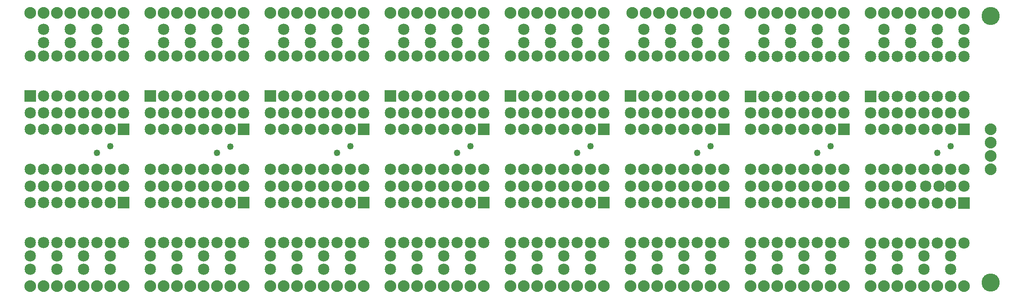
<source format=gts>
G04 MADE WITH FRITZING*
G04 WWW.FRITZING.ORG*
G04 DOUBLE SIDED*
G04 HOLES PLATED*
G04 CONTOUR ON CENTER OF CONTOUR VECTOR*
%ASAXBY*%
%FSLAX23Y23*%
%MOIN*%
%OFA0B0*%
%SFA1.0B1.0*%
%ADD10C,0.049370*%
%ADD11C,0.088000*%
%ADD12C,0.135984*%
%ADD13C,0.085000*%
%ADD14R,0.085000X0.085000*%
%LNMASK1*%
G90*
G70*
G54D10*
X5257Y1179D03*
X5157Y1129D03*
X6057Y1129D03*
X6157Y1179D03*
X7057Y1179D03*
X6957Y1129D03*
X4356Y1179D03*
X4257Y1129D03*
X757Y1179D03*
X657Y1129D03*
X3456Y1179D03*
X3357Y1129D03*
X1658Y1175D03*
X1557Y1129D03*
X2457Y1129D03*
X2556Y1179D03*
G54D11*
X4457Y2179D03*
X4357Y2179D03*
X4257Y2179D03*
X4157Y2179D03*
X4057Y2179D03*
X3957Y2179D03*
X3857Y2179D03*
X3757Y2179D03*
X5369Y2179D03*
X5269Y2179D03*
X5169Y2179D03*
X5069Y2179D03*
X4969Y2179D03*
X4869Y2179D03*
X4769Y2179D03*
X4669Y2179D03*
X6257Y2179D03*
X6157Y2179D03*
X6057Y2179D03*
X5957Y2179D03*
X5857Y2179D03*
X5757Y2179D03*
X5657Y2179D03*
X5557Y2179D03*
X7157Y2179D03*
X7057Y2179D03*
X6957Y2179D03*
X6857Y2179D03*
X6757Y2179D03*
X6657Y2179D03*
X6557Y2179D03*
X6457Y2179D03*
G54D12*
X7357Y154D03*
X7357Y2154D03*
G54D13*
X857Y1304D03*
X857Y1004D03*
X757Y1304D03*
X757Y1004D03*
X657Y1304D03*
X657Y1004D03*
X557Y1304D03*
X557Y1004D03*
X457Y1304D03*
X457Y1004D03*
X357Y1304D03*
X357Y1004D03*
X257Y1304D03*
X257Y1004D03*
X157Y1304D03*
X157Y1004D03*
X1757Y1304D03*
X1757Y1004D03*
X1657Y1304D03*
X1657Y1004D03*
X1557Y1304D03*
X1557Y1004D03*
X1457Y1304D03*
X1457Y1004D03*
X1357Y1304D03*
X1357Y1004D03*
X1257Y1304D03*
X1257Y1004D03*
X1157Y1304D03*
X1157Y1004D03*
X1057Y1304D03*
X1057Y1004D03*
X2657Y1304D03*
X2657Y1004D03*
X2557Y1304D03*
X2557Y1004D03*
X2457Y1304D03*
X2457Y1004D03*
X2357Y1304D03*
X2357Y1004D03*
X2257Y1304D03*
X2257Y1004D03*
X2157Y1304D03*
X2157Y1004D03*
X2057Y1304D03*
X2057Y1004D03*
X1957Y1304D03*
X1957Y1004D03*
X3557Y1304D03*
X3557Y1004D03*
X3457Y1304D03*
X3457Y1004D03*
X3357Y1304D03*
X3357Y1004D03*
X3257Y1304D03*
X3257Y1004D03*
X3157Y1304D03*
X3157Y1004D03*
X3057Y1304D03*
X3057Y1004D03*
X2957Y1304D03*
X2957Y1004D03*
X2857Y1304D03*
X2857Y1004D03*
X4457Y1304D03*
X4457Y1004D03*
X4357Y1304D03*
X4357Y1004D03*
X4257Y1304D03*
X4257Y1004D03*
X4157Y1304D03*
X4157Y1004D03*
X4057Y1304D03*
X4057Y1004D03*
X3957Y1304D03*
X3957Y1004D03*
X3857Y1304D03*
X3857Y1004D03*
X3757Y1304D03*
X3757Y1004D03*
X5357Y1304D03*
X5357Y1004D03*
X5257Y1304D03*
X5257Y1004D03*
X5157Y1304D03*
X5157Y1004D03*
X5057Y1304D03*
X5057Y1004D03*
X4957Y1304D03*
X4957Y1004D03*
X4857Y1304D03*
X4857Y1004D03*
X4757Y1304D03*
X4757Y1004D03*
X4657Y1304D03*
X4657Y1004D03*
X6257Y1304D03*
X6257Y1004D03*
X6157Y1304D03*
X6157Y1004D03*
X6057Y1304D03*
X6057Y1004D03*
X5957Y1304D03*
X5957Y1004D03*
X5857Y1304D03*
X5857Y1004D03*
X5757Y1304D03*
X5757Y1004D03*
X5657Y1304D03*
X5657Y1004D03*
X5557Y1304D03*
X5557Y1004D03*
X7157Y1304D03*
X7157Y1004D03*
X7057Y1304D03*
X7057Y1004D03*
X6957Y1304D03*
X6957Y1004D03*
X6857Y1304D03*
X6857Y1004D03*
X6757Y1304D03*
X6757Y1004D03*
X6657Y1304D03*
X6657Y1004D03*
X6557Y1304D03*
X6557Y1004D03*
X6457Y1304D03*
X6457Y1004D03*
G54D11*
X7357Y1304D03*
X7357Y1204D03*
X7357Y1104D03*
X7357Y1004D03*
G54D13*
X857Y754D03*
X857Y454D03*
X757Y754D03*
X757Y454D03*
X657Y754D03*
X657Y454D03*
X557Y754D03*
X557Y454D03*
X457Y754D03*
X457Y454D03*
X357Y754D03*
X357Y454D03*
X257Y754D03*
X257Y454D03*
X157Y754D03*
X157Y454D03*
X1757Y754D03*
X1757Y454D03*
X1657Y754D03*
X1657Y454D03*
X1557Y754D03*
X1557Y454D03*
X1457Y754D03*
X1457Y454D03*
X1357Y754D03*
X1357Y454D03*
X1257Y754D03*
X1257Y454D03*
X1157Y754D03*
X1157Y454D03*
X1057Y754D03*
X1057Y454D03*
X2657Y754D03*
X2657Y454D03*
X2557Y754D03*
X2557Y454D03*
X2457Y754D03*
X2457Y454D03*
X2357Y754D03*
X2357Y454D03*
X2257Y754D03*
X2257Y454D03*
X2157Y754D03*
X2157Y454D03*
X2057Y754D03*
X2057Y454D03*
X1957Y754D03*
X1957Y454D03*
X3557Y754D03*
X3557Y454D03*
X3457Y754D03*
X3457Y454D03*
X3357Y754D03*
X3357Y454D03*
X3257Y754D03*
X3257Y454D03*
X3157Y754D03*
X3157Y454D03*
X3057Y754D03*
X3057Y454D03*
X2957Y754D03*
X2957Y454D03*
X2857Y754D03*
X2857Y454D03*
X4457Y754D03*
X4457Y454D03*
X4357Y754D03*
X4357Y454D03*
X4257Y754D03*
X4257Y454D03*
X4157Y754D03*
X4157Y454D03*
X4057Y754D03*
X4057Y454D03*
X3957Y754D03*
X3957Y454D03*
X3857Y754D03*
X3857Y454D03*
X3757Y754D03*
X3757Y454D03*
X5357Y754D03*
X5357Y454D03*
X5257Y754D03*
X5257Y454D03*
X5157Y754D03*
X5157Y454D03*
X5057Y754D03*
X5057Y454D03*
X4957Y754D03*
X4957Y454D03*
X4857Y754D03*
X4857Y454D03*
X4757Y754D03*
X4757Y454D03*
X4657Y754D03*
X4657Y454D03*
X6257Y754D03*
X6257Y454D03*
X6157Y754D03*
X6157Y454D03*
X6057Y754D03*
X6057Y454D03*
X5957Y754D03*
X5957Y454D03*
X5857Y754D03*
X5857Y454D03*
X5757Y754D03*
X5757Y454D03*
X5657Y754D03*
X5657Y454D03*
X5557Y754D03*
X5557Y454D03*
X7156Y753D03*
X7156Y453D03*
X7056Y753D03*
X7056Y453D03*
X6956Y753D03*
X6956Y453D03*
X6856Y753D03*
X6856Y453D03*
X6756Y753D03*
X6756Y453D03*
X6656Y753D03*
X6656Y453D03*
X6556Y753D03*
X6556Y453D03*
X6456Y753D03*
X6456Y453D03*
X157Y1554D03*
X157Y1854D03*
X257Y1554D03*
X257Y1854D03*
X357Y1554D03*
X357Y1854D03*
X457Y1554D03*
X457Y1854D03*
X557Y1554D03*
X557Y1854D03*
X657Y1554D03*
X657Y1854D03*
X757Y1554D03*
X757Y1854D03*
X857Y1554D03*
X857Y1854D03*
X1057Y1554D03*
X1057Y1854D03*
X1157Y1554D03*
X1157Y1854D03*
X1257Y1554D03*
X1257Y1854D03*
X1357Y1554D03*
X1357Y1854D03*
X1457Y1554D03*
X1457Y1854D03*
X1557Y1554D03*
X1557Y1854D03*
X1657Y1554D03*
X1657Y1854D03*
X1757Y1554D03*
X1757Y1854D03*
X1957Y1554D03*
X1957Y1854D03*
X2057Y1554D03*
X2057Y1854D03*
X2157Y1554D03*
X2157Y1854D03*
X2257Y1554D03*
X2257Y1854D03*
X2357Y1554D03*
X2357Y1854D03*
X2457Y1554D03*
X2457Y1854D03*
X2557Y1554D03*
X2557Y1854D03*
X2657Y1554D03*
X2657Y1854D03*
X2857Y1554D03*
X2857Y1854D03*
X2957Y1554D03*
X2957Y1854D03*
X3057Y1554D03*
X3057Y1854D03*
X3157Y1554D03*
X3157Y1854D03*
X3257Y1554D03*
X3257Y1854D03*
X3357Y1554D03*
X3357Y1854D03*
X3457Y1554D03*
X3457Y1854D03*
X3557Y1554D03*
X3557Y1854D03*
X3757Y1554D03*
X3757Y1854D03*
X3857Y1554D03*
X3857Y1854D03*
X3957Y1554D03*
X3957Y1854D03*
X4057Y1554D03*
X4057Y1854D03*
X4157Y1554D03*
X4157Y1854D03*
X4257Y1554D03*
X4257Y1854D03*
X4357Y1554D03*
X4357Y1854D03*
X4457Y1554D03*
X4457Y1854D03*
X5557Y1553D03*
X5557Y1853D03*
X5657Y1553D03*
X5657Y1853D03*
X5757Y1553D03*
X5757Y1853D03*
X5857Y1553D03*
X5857Y1853D03*
X5957Y1553D03*
X5957Y1853D03*
X6057Y1553D03*
X6057Y1853D03*
X6157Y1553D03*
X6157Y1853D03*
X6257Y1553D03*
X6257Y1853D03*
X4657Y1554D03*
X4657Y1854D03*
X4757Y1554D03*
X4757Y1854D03*
X4857Y1554D03*
X4857Y1854D03*
X4957Y1554D03*
X4957Y1854D03*
X5057Y1554D03*
X5057Y1854D03*
X5157Y1554D03*
X5157Y1854D03*
X5257Y1554D03*
X5257Y1854D03*
X5357Y1554D03*
X5357Y1854D03*
X6457Y1553D03*
X6457Y1853D03*
X6557Y1553D03*
X6557Y1853D03*
X6657Y1553D03*
X6657Y1853D03*
X6757Y1553D03*
X6757Y1853D03*
X6857Y1553D03*
X6857Y1853D03*
X6957Y1553D03*
X6957Y1853D03*
X7057Y1553D03*
X7057Y1853D03*
X7157Y1553D03*
X7157Y1853D03*
X7157Y1954D03*
X7157Y2054D03*
X6757Y2054D03*
X6757Y1954D03*
X5357Y2054D03*
X5357Y1954D03*
X6257Y2054D03*
X6257Y1954D03*
X5157Y2054D03*
X5157Y1954D03*
X6057Y2054D03*
X6057Y1954D03*
X4957Y2054D03*
X4957Y1954D03*
X5857Y2054D03*
X5857Y1954D03*
X4757Y2054D03*
X4757Y1954D03*
X5657Y2054D03*
X5657Y1954D03*
X7057Y879D03*
X7157Y879D03*
X6869Y879D03*
X6969Y879D03*
X6657Y879D03*
X6757Y879D03*
X3757Y879D03*
X3857Y879D03*
X4657Y879D03*
X4757Y879D03*
X5557Y879D03*
X5657Y879D03*
X3957Y879D03*
X4057Y879D03*
X4857Y879D03*
X4957Y879D03*
X5757Y879D03*
X5857Y879D03*
X4157Y879D03*
X4257Y879D03*
X5057Y879D03*
X5157Y879D03*
X5957Y879D03*
X6057Y879D03*
X4357Y879D03*
X4457Y879D03*
X5257Y879D03*
X5357Y879D03*
X6157Y879D03*
X6257Y879D03*
X6457Y879D03*
X6557Y879D03*
X7057Y1429D03*
X7157Y1429D03*
X6657Y1429D03*
X6757Y1429D03*
X6957Y1429D03*
X6857Y1429D03*
X4357Y1429D03*
X4457Y1429D03*
X5257Y1429D03*
X5357Y1429D03*
X6157Y1429D03*
X6257Y1429D03*
X4257Y1429D03*
X4157Y1429D03*
X5157Y1429D03*
X5057Y1429D03*
X6057Y1429D03*
X5957Y1429D03*
X3957Y1429D03*
X4057Y1429D03*
X4857Y1429D03*
X4957Y1429D03*
X5757Y1429D03*
X5857Y1429D03*
X3857Y1429D03*
X3757Y1429D03*
X4757Y1429D03*
X4657Y1429D03*
X5657Y1429D03*
X5557Y1429D03*
X6557Y1429D03*
X6457Y1429D03*
X7057Y354D03*
X7057Y254D03*
X6857Y354D03*
X6857Y254D03*
X6657Y354D03*
X6657Y254D03*
X4357Y354D03*
X4357Y254D03*
X5257Y354D03*
X5257Y254D03*
X6157Y354D03*
X6157Y254D03*
X4157Y354D03*
X4157Y254D03*
X5057Y354D03*
X5057Y254D03*
X5957Y354D03*
X5957Y254D03*
X3957Y354D03*
X3957Y254D03*
X4857Y354D03*
X4857Y254D03*
X5757Y354D03*
X5757Y254D03*
X3757Y354D03*
X3757Y254D03*
X4657Y354D03*
X4657Y254D03*
X5557Y354D03*
X5557Y254D03*
X6457Y354D03*
X6457Y254D03*
X4457Y2054D03*
X4457Y1954D03*
X4257Y2054D03*
X4257Y1954D03*
X3857Y2054D03*
X3857Y1954D03*
X4057Y2054D03*
X4057Y1954D03*
G54D11*
X3757Y129D03*
X3857Y129D03*
X3957Y129D03*
X4057Y129D03*
X4157Y129D03*
X4257Y129D03*
X4357Y129D03*
X4457Y129D03*
X6457Y129D03*
X6557Y129D03*
X6657Y129D03*
X6757Y129D03*
X6857Y129D03*
X6957Y129D03*
X7057Y129D03*
X7157Y129D03*
X5557Y129D03*
X5657Y129D03*
X5757Y129D03*
X5857Y129D03*
X5957Y129D03*
X6057Y129D03*
X6157Y129D03*
X6257Y129D03*
X4657Y129D03*
X4757Y129D03*
X4857Y129D03*
X4957Y129D03*
X5057Y129D03*
X5157Y129D03*
X5257Y129D03*
X5357Y129D03*
G54D13*
X6957Y1954D03*
X6957Y2054D03*
X6557Y2054D03*
X6557Y1954D03*
G54D11*
X3557Y2179D03*
X3457Y2179D03*
X3357Y2179D03*
X3257Y2179D03*
X3157Y2179D03*
X3057Y2179D03*
X2957Y2179D03*
X2857Y2179D03*
X2657Y2179D03*
X2557Y2179D03*
X2457Y2179D03*
X2357Y2179D03*
X2257Y2179D03*
X2157Y2179D03*
X2057Y2179D03*
X1957Y2179D03*
X1757Y2179D03*
X1657Y2179D03*
X1557Y2179D03*
X1457Y2179D03*
X1357Y2179D03*
X1257Y2179D03*
X1157Y2179D03*
X1057Y2179D03*
X857Y2179D03*
X757Y2179D03*
X657Y2179D03*
X557Y2179D03*
X457Y2179D03*
X357Y2179D03*
X257Y2179D03*
X157Y2179D03*
G54D13*
X3557Y2054D03*
X3557Y1954D03*
X3357Y2054D03*
X3357Y1954D03*
X3157Y2054D03*
X3157Y1954D03*
X2957Y2054D03*
X2957Y1954D03*
X2057Y2054D03*
X2057Y1954D03*
X2457Y2054D03*
X2457Y1954D03*
X2257Y2054D03*
X2257Y1954D03*
X2657Y2054D03*
X2657Y1954D03*
X1157Y2054D03*
X1157Y1954D03*
X1557Y2054D03*
X1557Y1954D03*
X1357Y2054D03*
X1357Y1954D03*
X1757Y2054D03*
X1757Y1954D03*
X257Y2054D03*
X257Y1954D03*
X657Y2054D03*
X657Y1954D03*
X457Y2054D03*
X457Y1954D03*
X857Y2054D03*
X857Y1954D03*
X3457Y1429D03*
X3557Y1429D03*
X3357Y1429D03*
X3257Y1429D03*
X3057Y1429D03*
X3157Y1429D03*
X2957Y1429D03*
X2857Y1429D03*
X2557Y1429D03*
X2657Y1429D03*
X2457Y1429D03*
X2357Y1429D03*
X2157Y1429D03*
X2257Y1429D03*
X2057Y1429D03*
X1957Y1429D03*
X1657Y1429D03*
X1757Y1429D03*
X1557Y1429D03*
X1457Y1429D03*
X1257Y1429D03*
X1357Y1429D03*
X1157Y1429D03*
X1057Y1429D03*
X757Y1429D03*
X857Y1429D03*
X657Y1429D03*
X557Y1429D03*
X357Y1429D03*
X457Y1429D03*
X257Y1429D03*
X157Y1429D03*
X2857Y879D03*
X2957Y879D03*
X3057Y879D03*
X3157Y879D03*
X3257Y879D03*
X3357Y879D03*
X3457Y879D03*
X3557Y879D03*
X1957Y879D03*
X2057Y879D03*
X2157Y879D03*
X2257Y879D03*
X2357Y879D03*
X2457Y879D03*
X2557Y879D03*
X2657Y879D03*
X1057Y879D03*
X1157Y879D03*
X1257Y879D03*
X1357Y879D03*
X1457Y879D03*
X1557Y879D03*
X1657Y879D03*
X1757Y879D03*
X157Y879D03*
X257Y879D03*
X357Y879D03*
X457Y879D03*
X557Y879D03*
X657Y879D03*
X757Y879D03*
X857Y879D03*
G54D11*
X2857Y129D03*
X2957Y129D03*
X3057Y129D03*
X3157Y129D03*
X3257Y129D03*
X3357Y129D03*
X3457Y129D03*
X3557Y129D03*
X1957Y129D03*
X2057Y129D03*
X2157Y129D03*
X2257Y129D03*
X2357Y129D03*
X2457Y129D03*
X2557Y129D03*
X2657Y129D03*
X1057Y129D03*
X1157Y129D03*
X1257Y129D03*
X1357Y129D03*
X1457Y129D03*
X1557Y129D03*
X1657Y129D03*
X1757Y129D03*
X157Y129D03*
X257Y129D03*
X357Y129D03*
X457Y129D03*
X557Y129D03*
X657Y129D03*
X757Y129D03*
X857Y129D03*
G54D13*
X3457Y354D03*
X3457Y254D03*
X3257Y354D03*
X3257Y254D03*
X3057Y354D03*
X3057Y254D03*
X2857Y354D03*
X2857Y254D03*
X2557Y354D03*
X2557Y254D03*
X2357Y354D03*
X2357Y254D03*
X2157Y354D03*
X2157Y254D03*
X1957Y354D03*
X1957Y254D03*
X1657Y354D03*
X1657Y254D03*
X1457Y354D03*
X1457Y254D03*
X1257Y354D03*
X1257Y254D03*
X1057Y354D03*
X1057Y254D03*
X757Y354D03*
X757Y254D03*
X557Y354D03*
X557Y254D03*
X357Y354D03*
X357Y254D03*
X157Y354D03*
X157Y254D03*
G54D14*
X857Y1304D03*
X1757Y1304D03*
X2657Y1304D03*
X3557Y1304D03*
X4457Y1304D03*
X5357Y1304D03*
X6257Y1304D03*
X7157Y1304D03*
X857Y754D03*
X1757Y754D03*
X2657Y754D03*
X3557Y754D03*
X4457Y754D03*
X5357Y754D03*
X6257Y754D03*
X7156Y753D03*
X157Y1554D03*
X1057Y1554D03*
X1957Y1554D03*
X2857Y1554D03*
X3757Y1554D03*
X5557Y1553D03*
X4657Y1554D03*
X6457Y1553D03*
G04 End of Mask1*
M02*
</source>
